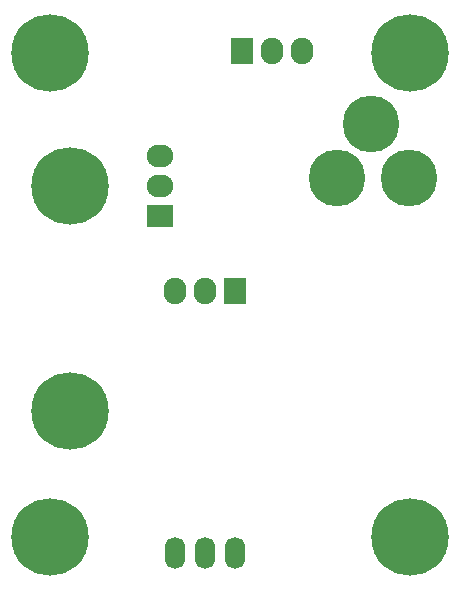
<source format=gbs>
G04 #@! TF.FileFunction,Soldermask,Bot*
%FSLAX46Y46*%
G04 Gerber Fmt 4.6, Leading zero omitted, Abs format (unit mm)*
G04 Created by KiCad (PCBNEW 4.0.1-stable) date 2/13/2016 7:13:49 PM*
%MOMM*%
G01*
G04 APERTURE LIST*
%ADD10C,0.150000*%
%ADD11C,4.803200*%
%ADD12C,6.553200*%
%ADD13R,2.235200X1.930400*%
%ADD14O,2.235200X1.930400*%
%ADD15R,1.930400X2.235200*%
%ADD16O,1.930400X2.235200*%
%ADD17O,1.704340X2.702560*%
G04 APERTURE END LIST*
D10*
D11*
X34417000Y-14605000D03*
X28317000Y-14605000D03*
X31217000Y-10005000D03*
D12*
X4000000Y-4000000D03*
X4000000Y-45000000D03*
X34500000Y-4000000D03*
X34500000Y-45000000D03*
D13*
X13335000Y-17780000D03*
D14*
X13335000Y-15240000D03*
X13335000Y-12700000D03*
D15*
X20320000Y-3810000D03*
D16*
X22860000Y-3810000D03*
X25400000Y-3810000D03*
D17*
X17145000Y-46355000D03*
X19685000Y-46355000D03*
X14605000Y-46355000D03*
D15*
X19685000Y-24130000D03*
D16*
X17145000Y-24130000D03*
X14605000Y-24130000D03*
D12*
X5715000Y-15240000D03*
X5715000Y-34290000D03*
M02*

</source>
